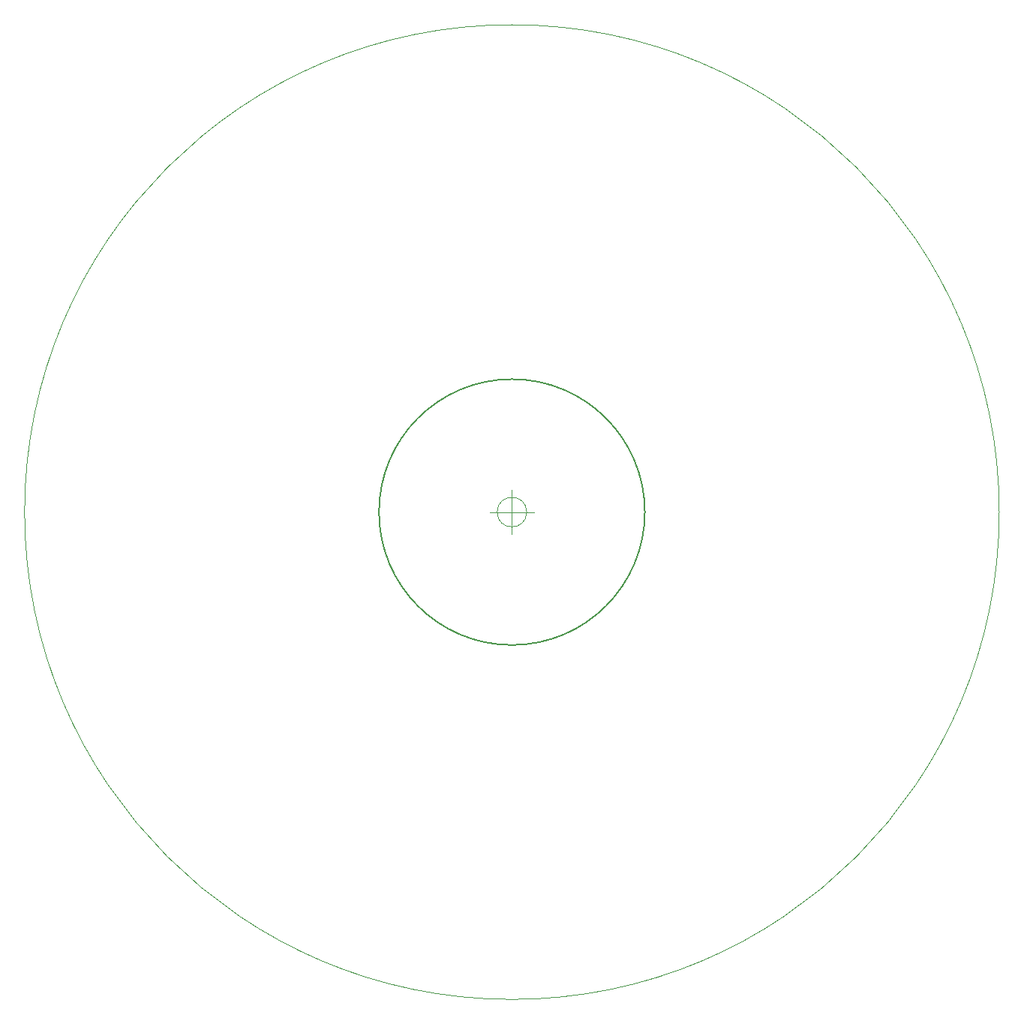
<source format=gbr>
G04 #@! TF.GenerationSoftware,KiCad,Pcbnew,(5.1.4)-1*
G04 #@! TF.CreationDate,2019-09-16T17:17:07+02:00*
G04 #@! TF.ProjectId,PixelFan,50697865-6c46-4616-9e2e-6b696361645f,rev?*
G04 #@! TF.SameCoordinates,Original*
G04 #@! TF.FileFunction,Profile,NP*
%FSLAX46Y46*%
G04 Gerber Fmt 4.6, Leading zero omitted, Abs format (unit mm)*
G04 Created by KiCad (PCBNEW (5.1.4)-1) date 2019-09-16 17:17:07*
%MOMM*%
%LPD*%
G04 APERTURE LIST*
%ADD10C,0.050000*%
%ADD11C,0.200000*%
G04 APERTURE END LIST*
D10*
X355000000Y-240000000D02*
G75*
G03X355000000Y-240000000I-55000000J0D01*
G01*
X301666666Y-240000000D02*
G75*
G03X301666666Y-240000000I-1666666J0D01*
G01*
X297500000Y-240000000D02*
X302500000Y-240000000D01*
X300000000Y-237500000D02*
X300000000Y-242500000D01*
D11*
X315000000Y-240000000D02*
G75*
G03X315000000Y-240000000I-15000000J0D01*
G01*
M02*

</source>
